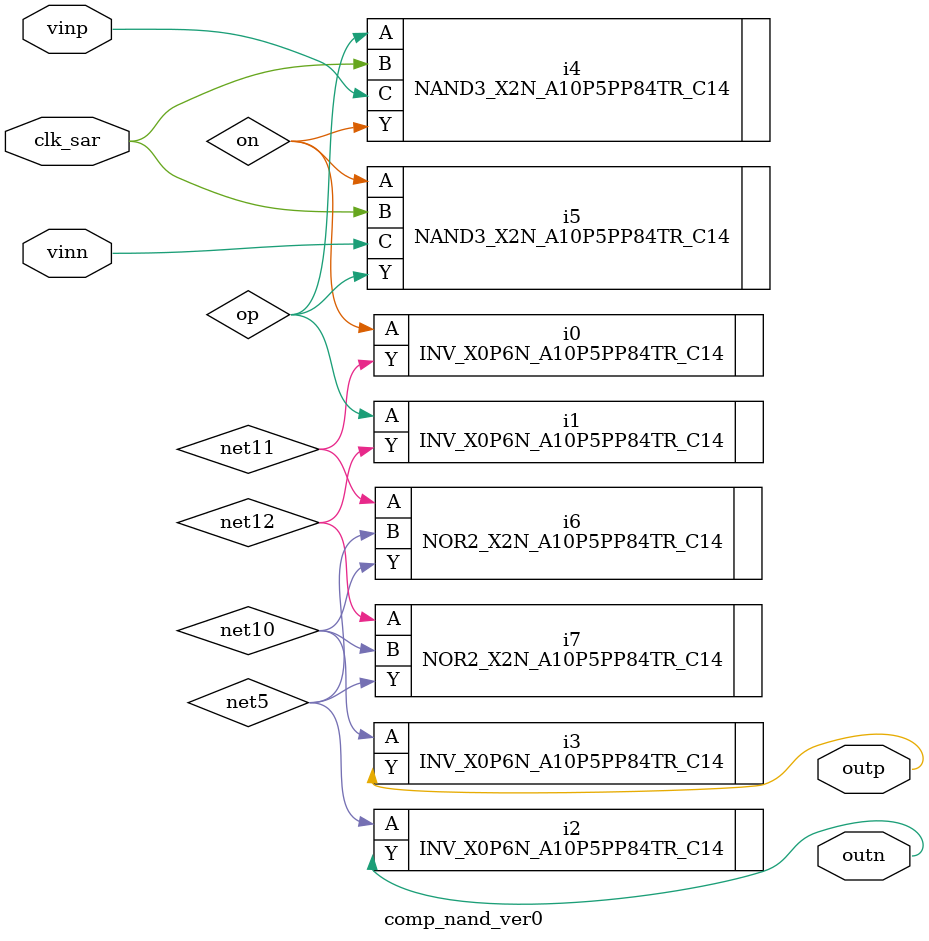
<source format=v>
module comp_nand_ver0 (	input clk_sar, 
						input vinn, 
						input vinp, 
						output outn, 
						output outp);

//input vinp;
//input vinn;
//input clk_sar;
//output outp;
//output outn;

wire net10, net5, net12, net11, op, on;

INV_X0P6N_A10P5PP84TR_C14 i3 (.Y(outp), .A(net10));
INV_X0P6N_A10P5PP84TR_C14 i2 (.Y(outn), .A(net5));

INV_X0P6N_A10P5PP84TR_C14 i1 (.Y(net12), .A(op));
INV_X0P6N_A10P5PP84TR_C14 i0 (.Y(net11), .A(on));


NAND3_X2N_A10P5PP84TR_C14 i5 (.Y(op), .A(on), .B(clk_sar), .C(vinn));
NAND3_X2N_A10P5PP84TR_C14 i4 (.Y(on), .A(op), .B(clk_sar), .C(vinp));

NOR2_X2N_A10P5PP84TR_C14 i7 (.Y(net5), .A(net12), .B(net10));
NOR2_X2N_A10P5PP84TR_C14 i6 (.Y(net10), .A(net11), .B(net5));


endmodule

</source>
